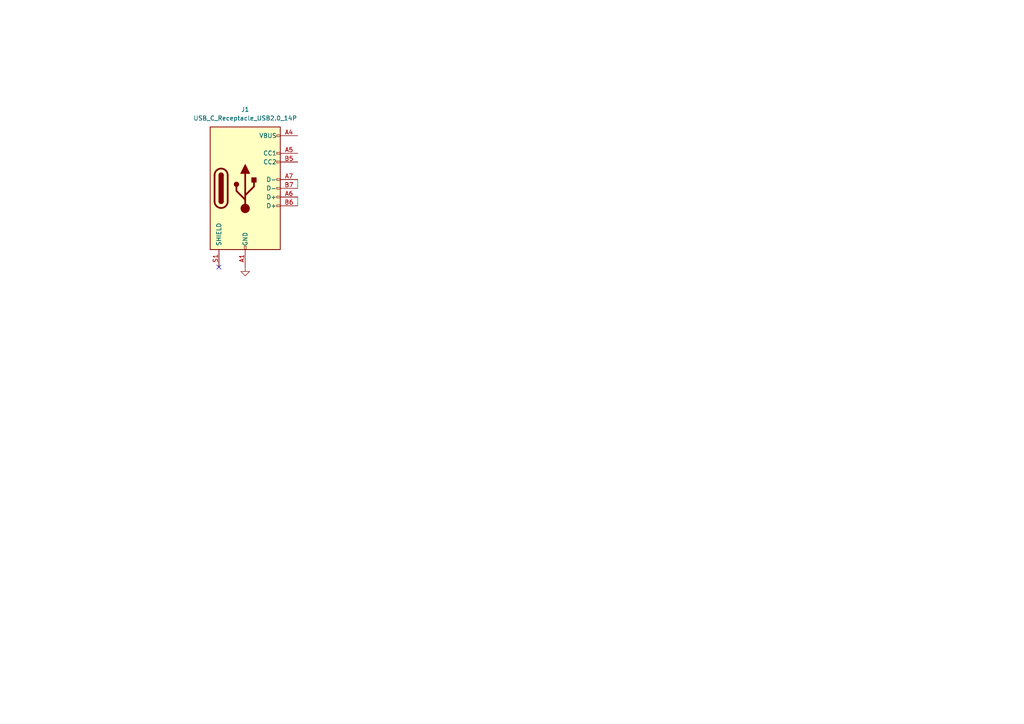
<source format=kicad_sch>
(kicad_sch (version 20231120) (generator "eeschema") (generator_version "8.0")
  (paper "A4")
  (title_block (title "Chess Timer") (rev "A") (company "tRichCS"))
  (lib_symbols
    (symbol "Connector:USB_C_Receptacle_USB2.0_14P" (pin_names (offset 1.016))
      (property "Reference" "J" (at 0 22.225 0))
      (property "Value" "USB_C_Receptacle_USB2.0_14P" (at 0 19.685 0))
      (symbol "USB_C_Receptacle_USB2.0_14P_0_0"
        (rectangle (start -0.254 -17.78) (end 0.254 -16.764))
        (rectangle (start 10.16 -4.826) (end 9.144 -5.334))
        (rectangle (start 10.16 -2.286) (end 9.144 -2.794))
        (rectangle (start 10.16 0.254) (end 9.144 -0.254))
        (rectangle (start 10.16 2.794) (end 9.144 2.286))
        (rectangle (start 10.16 7.874) (end 9.144 7.366))
        (rectangle (start 10.16 10.414) (end 9.144 9.906))
        (rectangle (start 10.16 15.494) (end 9.144 14.986))
      )
      (symbol "USB_C_Receptacle_USB2.0_14P_0_1"
        (rectangle (start -10.16 17.78) (end 10.16 -17.78) (stroke (width 0.254)) (fill (type background)))
        (arc (start -8.89 -3.81) (mid -6.985 -5.7067) (end -5.08 -3.81) (stroke (width 0.508)))
        (arc (start -7.62 -3.81) (mid -6.985 -4.4423) (end -6.35 -3.81) (stroke (width 0.254)))
        (arc (start -7.62 -3.81) (mid -6.985 -4.4423) (end -6.35 -3.81) (stroke (width 0.254)) (fill (type outline)))
        (rectangle (start -7.62 -3.81) (end -6.35 3.81) (stroke (width 0.254)) (fill (type outline)))
        (arc (start -6.35 3.81) (mid -6.985 4.4423) (end -7.62 3.81) (stroke (width 0.254)))
        (arc (start -6.35 3.81) (mid -6.985 4.4423) (end -7.62 3.81) (stroke (width 0.254)) (fill (type outline)))
        (arc (start -5.08 3.81) (mid -6.985 5.7067) (end -8.89 3.81) (stroke (width 0.508)))
        (circle (center -2.54 1.143) (radius 0.635) (stroke (width 0.254)) (fill (type outline)))
        (circle (center 0 -5.842) (radius 1.27) (fill (type outline)))
        (polyline (pts (xy -8.89 -3.81) (xy -8.89 3.81)) (stroke (width 0.508)))
        (polyline (pts (xy -5.08 3.81) (xy -5.08 -3.81)) (stroke (width 0.508)))
        (polyline (pts (xy 0 -5.842) (xy 0 4.318)) (stroke (width 0.508)))
        (polyline (pts (xy 0 -3.302) (xy -2.54 -0.762) (xy -2.54 0.508)) (stroke (width 0.508)))
        (polyline (pts (xy 0 -2.032) (xy 2.54 0.508) (xy 2.54 1.778)) (stroke (width 0.508)))
        (polyline (pts (xy -1.27 4.318) (xy 0 6.858) (xy 1.27 4.318) (xy -1.27 4.318)) (stroke (width 0.254)) (fill (type outline)))
        (rectangle (start 1.905 1.778) (end 3.175 3.048) (stroke (width 0.254)) (fill (type outline)))
      )
      (symbol "USB_C_Receptacle_USB2.0_14P_1_1"
        (pin passive line (at 0 -22.86 90) (length 5.08) (name "GND") (number "A1"))
        (pin passive line (at 0 -22.86 90) (length 5.08) hide (name "GND") (number "A12"))
        (pin passive line (at 15.24 15.24 180) (length 5.08) (name "VBUS") (number "A4"))
        (pin bidirectional line (at 15.24 10.16 180) (length 5.08) (name "CC1") (number "A5"))
        (pin bidirectional line (at 15.24 -2.54 180) (length 5.08) (name "D+") (number "A6"))
        (pin bidirectional line (at 15.24 2.54 180) (length 5.08) (name "D-") (number "A7"))
        (pin passive line (at 15.24 15.24 180) (length 5.08) hide (name "VBUS") (number "A9"))
        (pin passive line (at 0 -22.86 90) (length 5.08) hide (name "GND") (number "B1"))
        (pin passive line (at 0 -22.86 90) (length 5.08) hide (name "GND") (number "B12"))
        (pin passive line (at 15.24 15.24 180) (length 5.08) hide (name "VBUS") (number "B4"))
        (pin bidirectional line (at 15.24 7.62 180) (length 5.08) (name "CC2") (number "B5"))
        (pin bidirectional line (at 15.24 -5.08 180) (length 5.08) (name "D+") (number "B6"))
        (pin bidirectional line (at 15.24 0 180) (length 5.08) (name "D-") (number "B7"))
        (pin passive line (at 15.24 15.24 180) (length 5.08) hide (name "VBUS") (number "B9"))
        (pin passive line (at -7.62 -22.86 90) (length 5.08) (name "SHIELD") (number "S1"))
      )
    )
    (symbol "power:GND" (power) (pin_numbers hide) (pin_names (offset 0) hide)
      (property "Value" "GND" (at 0 -3.81 0))
      (symbol "GND_0_1"
        (polyline (pts (xy 0 0) (xy 0 -1.27) (xy 1.27 -1.27) (xy 0 -2.54) (xy -1.27 -1.27) (xy 0 -1.27)))
      )
      (symbol "GND_1_1"
        (pin power_in line (at 0 0 270) (length 0) (name "~") (number "1"))
      )
    )
  )
  (no_connect (at 63.5 77.47))
  (wire (pts (xy 86.36 52.07) (xy 86.36 54.61)))
  (wire (pts (xy 86.36 57.15) (xy 86.36 59.69)))
  (symbol (lib_id "Connector:USB_C_Receptacle_USB2.0_14P") (at 71.12 54.61 0) (unit 1)
    (property "Reference" "J1" (at 71.12 31.75 0))
    (property "Value" "USB_C_Receptacle_USB2.0_14P" (at 71.12 34.29 0))
    (property "Datasheet" "https://www.usb.org/sites/default/files/documents/usb_type-c.zip" (effects (hide yes)))
    (property "Description" "USB 2.0-only 14P Type-C Receptacle connector" (effects (hide yes)))
  )
  (symbol (lib_id "power:GND") (at 71.12 77.47 0) (unit 1)
    (property "Reference" "#PWR011" (effects (hide yes)))
    (property "Value" "GND" (effects (hide yes)))
    (property "Description" "Power symbol creates a global label with name \"GND\" , ground" (effects (hide yes)))
  )
)
</source>
